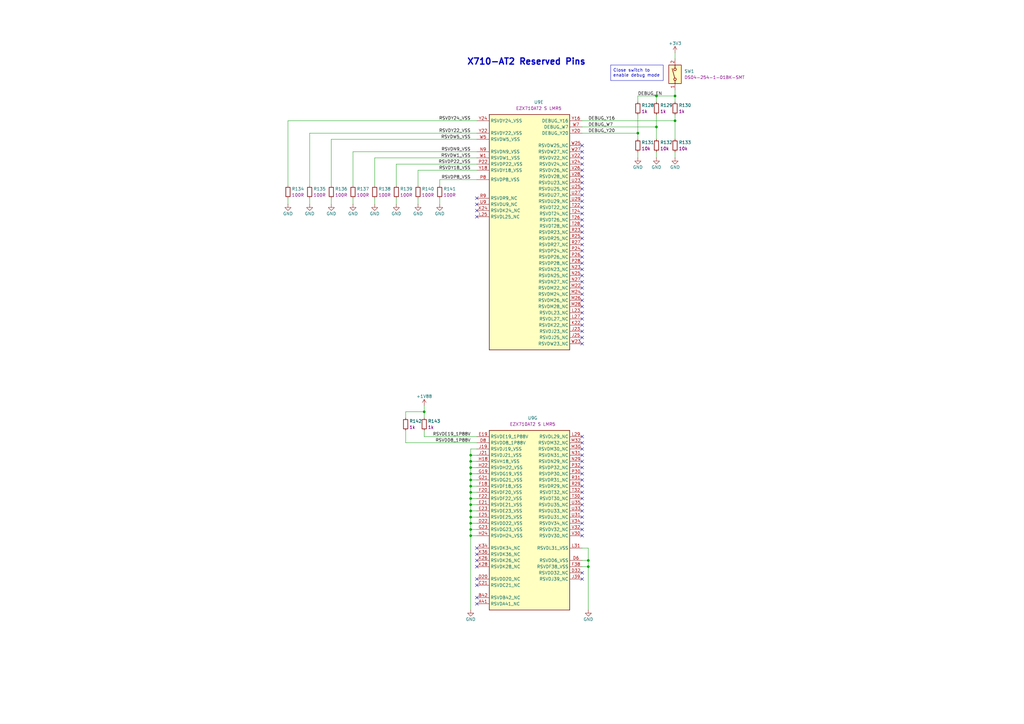
<source format=kicad_sch>
(kicad_sch (version 20250114) (generator "eeschema") (generator_version "9.0")
  (paper "A3")
  (title_block (title "OCuLink to 10GbE adapter") (date "2025-11-07") (rev "1.0.0") (company "Antmicro Ltd") (comment 1 "www.antmicro.com"))
  (rectangle (start 250.444 26.67) (end 272.034 33.02))
  (text "Close switch to\nenable debug mode" (at 251.46 31.75 0) (effects (font (size 1.27 1.27)) (justify left bottom)))
  (text "X710-AT2 Reserved Pins" (at 215.9 25.4 0) (effects (font (size 2.54 2.54) (thickness 0.508) (bold yes))))
  (junction (at 193.04 196.85))
  (junction (at 193.04 217.17))
  (junction (at 276.86 49.53))
  (junction (at 193.04 214.63))
  (junction (at 193.04 219.71))
  (junction (at 193.04 189.23))
  (junction (at 269.24 52.07))
  (junction (at 173.99 168.91))
  (junction (at 193.04 212.09))
  (junction (at 193.04 207.01))
  (junction (at 193.04 199.39))
  (junction (at 241.3 232.41))
  (junction (at 241.3 229.87))
  (junction (at 193.04 201.93))
  (junction (at 261.62 54.61))
  (junction (at 276.86 39.37))
  (junction (at 269.24 39.37))
  (junction (at 193.04 186.69))
  (junction (at 193.04 209.55))
  (junction (at 193.04 194.31))
  (junction (at 193.04 204.47))
  (junction (at 193.04 191.77))
  (no_connect (at 238.76 212.09))
  (no_connect (at 238.76 135.89))
  (no_connect (at 238.76 237.49))
  (no_connect (at 195.58 88.9))
  (no_connect (at 195.58 81.28))
  (no_connect (at 238.76 120.65))
  (no_connect (at 238.76 110.49))
  (no_connect (at 238.76 62.23))
  (no_connect (at 238.76 214.63))
  (no_connect (at 238.76 118.11))
  (no_connect (at 238.76 97.79))
  (no_connect (at 195.58 86.36))
  (no_connect (at 238.76 67.31))
  (no_connect (at 195.58 245.11))
  (no_connect (at 238.76 77.47))
  (no_connect (at 195.58 247.65))
  (no_connect (at 195.58 229.87))
  (no_connect (at 238.76 125.73))
  (no_connect (at 238.76 105.41))
  (no_connect (at 195.58 227.33))
  (no_connect (at 238.76 140.97))
  (no_connect (at 238.76 69.85))
  (no_connect (at 195.58 240.03))
  (no_connect (at 238.76 113.03))
  (no_connect (at 238.76 123.19))
  (no_connect (at 238.76 92.71))
  (no_connect (at 238.76 59.69))
  (no_connect (at 238.76 85.09))
  (no_connect (at 238.76 95.25))
  (no_connect (at 238.76 64.77))
  (no_connect (at 195.58 237.49))
  (no_connect (at 195.58 224.79))
  (no_connect (at 238.76 196.85))
  (no_connect (at 238.76 219.71))
  (no_connect (at 238.76 87.63))
  (no_connect (at 238.76 207.01))
  (no_connect (at 238.76 82.55))
  (no_connect (at 238.76 74.93))
  (no_connect (at 238.76 199.39))
  (no_connect (at 238.76 72.39))
  (no_connect (at 238.76 181.61))
  (no_connect (at 238.76 179.07))
  (no_connect (at 238.76 184.15))
  (no_connect (at 238.76 191.77))
  (no_connect (at 195.58 83.82))
  (no_connect (at 238.76 100.33))
  (no_connect (at 195.58 232.41))
  (no_connect (at 238.76 194.31))
  (no_connect (at 238.76 209.55))
  (no_connect (at 238.76 128.27))
  (no_connect (at 238.76 133.35))
  (no_connect (at 238.76 115.57))
  (no_connect (at 238.76 102.87))
  (no_connect (at 238.76 234.95))
  (no_connect (at 238.76 201.93))
  (no_connect (at 238.76 130.81))
  (no_connect (at 238.76 189.23))
  (no_connect (at 238.76 80.01))
  (no_connect (at 238.76 90.17))
  (no_connect (at 238.76 107.95))
  (no_connect (at 238.76 204.47))
  (no_connect (at 238.76 138.43))
  (no_connect (at 238.76 217.17))
  (no_connect (at 238.76 186.69))
  (wire (pts (xy 153.67 64.77) (xy 195.58 64.77)))
  (wire (pts (xy 193.04 219.71) (xy 195.58 219.71)))
  (wire (pts (xy 127 76.2) (xy 127 54.61)))
  (wire (pts (xy 180.34 73.66) (xy 195.58 73.66)))
  (wire (pts (xy 261.62 39.37) (xy 269.24 39.37)))
  (wire (pts (xy 269.24 52.07) (xy 269.24 57.15)))
  (wire (pts (xy 195.58 186.69) (xy 193.04 186.69)))
  (wire (pts (xy 276.86 36.83) (xy 276.86 39.37)))
  (wire (pts (xy 193.04 219.71) (xy 193.04 250.19)))
  (wire (pts (xy 173.99 168.91) (xy 173.99 171.45)))
  (wire (pts (xy 193.04 189.23) (xy 193.04 191.77)))
  (wire (pts (xy 195.58 212.09) (xy 193.04 212.09)))
  (wire (pts (xy 241.3 229.87) (xy 241.3 232.41)))
  (wire (pts (xy 153.67 81.28) (xy 153.67 83.82)))
  (wire (pts (xy 195.58 189.23) (xy 193.04 189.23)))
  (wire (pts (xy 261.62 54.61) (xy 261.62 57.15)))
  (wire (pts (xy 193.04 184.15) (xy 193.04 186.69)))
  (wire (pts (xy 269.24 39.37) (xy 276.86 39.37)))
  (wire (pts (xy 166.37 168.91) (xy 166.37 171.45)))
  (wire (pts (xy 238.76 52.07) (xy 269.24 52.07)))
  (wire (pts (xy 276.86 46.99) (xy 276.86 49.53)))
  (wire (pts (xy 193.04 201.93) (xy 193.04 204.47)))
  (wire (pts (xy 173.99 166.37) (xy 173.99 168.91)))
  (wire (pts (xy 269.24 62.23) (xy 269.24 64.77)))
  (wire (pts (xy 171.45 81.28) (xy 171.45 83.82)))
  (wire (pts (xy 193.04 214.63) (xy 193.04 217.17)))
  (wire (pts (xy 193.04 186.69) (xy 193.04 189.23)))
  (wire (pts (xy 173.99 176.53) (xy 173.99 179.07)))
  (wire (pts (xy 276.86 62.23) (xy 276.86 64.77)))
  (wire (pts (xy 193.04 209.55) (xy 193.04 212.09)))
  (wire (pts (xy 238.76 232.41) (xy 241.3 232.41)))
  (wire (pts (xy 166.37 176.53) (xy 166.37 181.61)))
  (wire (pts (xy 193.04 207.01) (xy 193.04 209.55)))
  (wire (pts (xy 135.89 57.15) (xy 195.58 57.15)))
  (wire (pts (xy 193.04 212.09) (xy 193.04 214.63)))
  (wire (pts (xy 193.04 196.85) (xy 193.04 199.39)))
  (wire (pts (xy 193.04 204.47) (xy 193.04 207.01)))
  (wire (pts (xy 144.78 81.28) (xy 144.78 83.82)))
  (wire (pts (xy 162.56 81.28) (xy 162.56 83.82)))
  (wire (pts (xy 144.78 76.2) (xy 144.78 62.23)))
  (wire (pts (xy 238.76 54.61) (xy 261.62 54.61)))
  (wire (pts (xy 195.58 196.85) (xy 193.04 196.85)))
  (wire (pts (xy 173.99 179.07) (xy 195.58 179.07)))
  (wire (pts (xy 195.58 191.77) (xy 193.04 191.77)))
  (wire (pts (xy 127 81.28) (xy 127 83.82)))
  (wire (pts (xy 166.37 181.61) (xy 195.58 181.61)))
  (wire (pts (xy 241.3 224.79) (xy 241.3 229.87)))
  (wire (pts (xy 180.34 81.28) (xy 180.34 83.82)))
  (wire (pts (xy 162.56 67.31) (xy 195.58 67.31)))
  (wire (pts (xy 276.86 41.91) (xy 276.86 39.37)))
  (wire (pts (xy 135.89 81.28) (xy 135.89 83.82)))
  (wire (pts (xy 166.37 168.91) (xy 173.99 168.91)))
  (wire (pts (xy 162.56 76.2) (xy 162.56 67.31)))
  (wire (pts (xy 195.58 199.39) (xy 193.04 199.39)))
  (wire (pts (xy 276.86 21.59) (xy 276.86 24.13)))
  (wire (pts (xy 193.04 191.77) (xy 193.04 194.31)))
  (wire (pts (xy 144.78 62.23) (xy 195.58 62.23)))
  (wire (pts (xy 241.3 232.41) (xy 241.3 250.19)))
  (wire (pts (xy 195.58 214.63) (xy 193.04 214.63)))
  (wire (pts (xy 195.58 209.55) (xy 193.04 209.55)))
  (wire (pts (xy 153.67 76.2) (xy 153.67 64.77)))
  (wire (pts (xy 269.24 41.91) (xy 269.24 39.37)))
  (wire (pts (xy 195.58 184.15) (xy 193.04 184.15)))
  (wire (pts (xy 238.76 224.79) (xy 241.3 224.79)))
  (wire (pts (xy 171.45 69.85) (xy 195.58 69.85)))
  (wire (pts (xy 135.89 76.2) (xy 135.89 57.15)))
  (wire (pts (xy 195.58 204.47) (xy 193.04 204.47)))
  (wire (pts (xy 261.62 41.91) (xy 261.62 39.37)))
  (wire (pts (xy 195.58 194.31) (xy 193.04 194.31)))
  (wire (pts (xy 171.45 76.2) (xy 171.45 69.85)))
  (wire (pts (xy 193.04 194.31) (xy 193.04 196.85)))
  (wire (pts (xy 269.24 46.99) (xy 269.24 52.07)))
  (wire (pts (xy 193.04 217.17) (xy 193.04 219.71)))
  (wire (pts (xy 261.62 46.99) (xy 261.62 54.61)))
  (wire (pts (xy 180.34 76.2) (xy 180.34 73.66)))
  (wire (pts (xy 238.76 229.87) (xy 241.3 229.87)))
  (wire (pts (xy 195.58 217.17) (xy 193.04 217.17)))
  (wire (pts (xy 195.58 201.93) (xy 193.04 201.93)))
  (wire (pts (xy 276.86 49.53) (xy 276.86 57.15)))
  (wire (pts (xy 195.58 207.01) (xy 193.04 207.01)))
  (wire (pts (xy 118.11 81.28) (xy 118.11 83.82)))
  (wire (pts (xy 238.76 49.53) (xy 276.86 49.53)))
  (wire (pts (xy 127 54.61) (xy 195.58 54.61)))
  (wire (pts (xy 118.11 49.53) (xy 195.58 49.53)))
  (wire (pts (xy 193.04 199.39) (xy 193.04 201.93)))
  (wire (pts (xy 118.11 76.2) (xy 118.11 49.53)))
  (wire (pts (xy 261.62 62.23) (xy 261.62 64.77)))
  (label "DEBUG_EN" (at 261.62 39.37 0))
  (label "RSVDN9_VSS" (at 193.04 62.23 180))
  (label "RSVDP22_VSS" (at 193.04 67.31 180))
  (label "DEBUG_W7" (at 241.3 52.07 0))
  (label "RSVDY18_VSS" (at 193.04 69.85 180))
  (label "RSVDY22_VSS" (at 193.04 54.61 180))
  (label "DEBUG_Y20" (at 241.3 54.61 0))
  (label "RSVDW1_VSS" (at 193.04 64.77 180))
  (label "RSVDE19_1P88V" (at 193.04 179.07 180))
  (label "RSVDW5_VSS" (at 193.04 57.15 180))
  (label "RSVDY24_VSS" (at 193.04 49.53 180))
  (label "DEBUG_Y16" (at 241.3 49.53 0))
  (label "RSVDD8_1P88V" (at 193.04 181.61 180))
  (label "RSVDP8_VSS" (at 193.04 73.66 180))
  (symbol (lib_id "antmicroResistors0402:R_1k_0402") (at 166.37 176.53 90) (unit 1)
    (property "Reference" "R142" (at 167.894 172.72 90) (effects (justify right)))
    (property "Value" "R_1k_0402" (effects (hide yes)))
    (property "Footprint" "antmicro-footprints:R_0402_1005Metric" (effects (hide yes)))
    (property "Datasheet" "https://www.bourns.com/docs/product-datasheets/cr.pdf" (effects (hide yes)))
    (property "Description" "SMD Chip Resistor, 1 kohm, ± 1%, 63 mW, 0402 [1005 Metric], Thick Film, General Purpose" (effects (hide yes)))
    (property "MPN" "CR0402-FX-1001GLF" (effects (hide yes)))
    (property "Manufacturer" "Bourns" (effects (hide yes)))
    (property "License" "Apache-2.0" (effects (hide yes)))
    (property "Author" "Antmicro" (effects (hide yes)))
    (property "Val" "1k" (at 167.894 175.26 90) (effects (justify right)))
    (property "Tolerance" "1%" (effects (hide yes)))
  )
  (symbol (lib_id "antmicroResistors0402:R_100R_0402") (at 180.34 81.28 90) (unit 1)
    (property "Reference" "R141" (at 181.864 77.47 90) (effects (justify right)))
    (property "Value" "R_100R_0402" (effects (hide yes)))
    (property "Footprint" "antmicro-footprints:R_0402_1005Metric" (effects (hide yes)))
    (property "Datasheet" "https://www.bourns.com/docs/product-datasheets/cr.pdf" (effects (hide yes)))
    (property "Description" "SMD Chip Resistor, 100 ohm, ± 1%, 62.5 mW, 0402 [1005 Metric], Thick Film, General Purpose" (effects (hide yes)))
    (property "MPN" "CR0402-FX-1000GLF" (effects (hide yes)))
    (property "Manufacturer" "Bourns" (effects (hide yes)))
    (property "License" "Apache-2.0" (effects (hide yes)))
    (property "Author" "Antmicro" (effects (hide yes)))
    (property "Val" "100R" (at 181.864 80.01 90) (effects (justify right)))
    (property "Tolerance" "1%" (effects (hide yes)))
  )
  (symbol (lib_id "antmicroResistors0402:R_1k_0402") (at 269.24 46.99 90) (unit 1)
    (property "Reference" "R129" (at 270.764 43.18 90) (effects (justify right)))
    (property "Value" "R_1k_0402" (effects (hide yes)))
    (property "Footprint" "antmicro-footprints:R_0402_1005Metric" (effects (hide yes)))
    (property "Datasheet" "https://www.bourns.com/docs/product-datasheets/cr.pdf" (effects (hide yes)))
    (property "Description" "SMD Chip Resistor, 1 kohm, ± 1%, 63 mW, 0402 [1005 Metric], Thick Film, General Purpose" (effects (hide yes)))
    (property "MPN" "CR0402-FX-1001GLF" (effects (hide yes)))
    (property "Manufacturer" "Bourns" (effects (hide yes)))
    (property "License" "Apache-2.0" (effects (hide yes)))
    (property "Author" "Antmicro" (effects (hide yes)))
    (property "Val" "1k" (at 270.764 45.72 90) (effects (justify right)))
    (property "Tolerance" "1%" (effects (hide yes)))
  )
  (symbol (lib_id "antmicropower:GND") (at 276.86 64.77 0) (unit 1)
    (property "Reference" "#PWR0292" (effects (hide yes)))
    (property "Value" "GND" (at 276.86 68.58 0))
    (property "Author" "Antmicro" (effects (hide yes)))
    (property "License" "Apache-2.0" (effects (hide yes)))
  )
  (symbol (lib_id "antmicroResistors0402:R_100R_0402") (at 171.45 81.28 90) (unit 1)
    (property "Reference" "R140" (at 172.974 77.47 90) (effects (justify right)))
    (property "Value" "R_100R_0402" (effects (hide yes)))
    (property "Footprint" "antmicro-footprints:R_0402_1005Metric" (effects (hide yes)))
    (property "Datasheet" "https://www.bourns.com/docs/product-datasheets/cr.pdf" (effects (hide yes)))
    (property "Description" "SMD Chip Resistor, 100 ohm, ± 1%, 62.5 mW, 0402 [1005 Metric], Thick Film, General Purpose" (effects (hide yes)))
    (property "MPN" "CR0402-FX-1000GLF" (effects (hide yes)))
    (property "Manufacturer" "Bourns" (effects (hide yes)))
    (property "License" "Apache-2.0" (effects (hide yes)))
    (property "Author" "Antmicro" (effects (hide yes)))
    (property "Val" "100R" (at 172.974 80.01 90) (effects (justify right)))
    (property "Tolerance" "1%" (effects (hide yes)))
  )
  (symbol (lib_id "antmicropower:GND") (at 261.62 64.77 0) (unit 1)
    (property "Reference" "#PWR0290" (effects (hide yes)))
    (property "Value" "GND" (at 261.62 68.58 0))
    (property "Author" "Antmicro" (effects (hide yes)))
    (property "License" "Apache-2.0" (effects (hide yes)))
  )
  (symbol (lib_id "antmicroResistors0402:R_100R_0402") (at 118.11 81.28 90) (unit 1)
    (property "Reference" "R134" (at 119.634 77.47 90) (effects (justify right)))
    (property "Value" "R_100R_0402" (effects (hide yes)))
    (property "Footprint" "antmicro-footprints:R_0402_1005Metric" (effects (hide yes)))
    (property "Datasheet" "https://www.bourns.com/docs/product-datasheets/cr.pdf" (effects (hide yes)))
    (property "Description" "SMD Chip Resistor, 100 ohm, ± 1%, 62.5 mW, 0402 [1005 Metric], Thick Film, General Purpose" (effects (hide yes)))
    (property "MPN" "CR0402-FX-1000GLF" (effects (hide yes)))
    (property "Manufacturer" "Bourns" (effects (hide yes)))
    (property "License" "Apache-2.0" (effects (hide yes)))
    (property "Author" "Antmicro" (effects (hide yes)))
    (property "Val" "100R" (at 119.634 80.01 90) (effects (justify right)))
    (property "Tolerance" "1%" (effects (hide yes)))
  )
  (symbol (lib_id "antmicropower:GND") (at 118.11 83.82 0) (unit 1)
    (property "Reference" "#PWR0293" (effects (hide yes)))
    (property "Value" "GND" (at 118.11 87.63 0))
    (property "Author" "Antmicro" (effects (hide yes)))
    (property "License" "Apache-2.0" (effects (hide yes)))
  )
  (symbol (lib_id "antmicropower:GND") (at 269.24 64.77 0) (unit 1)
    (property "Reference" "#PWR0291" (effects (hide yes)))
    (property "Value" "GND" (at 269.24 68.58 0))
    (property "Author" "Antmicro" (effects (hide yes)))
    (property "License" "Apache-2.0" (effects (hide yes)))
  )
  (symbol (lib_id "antmicroResistors0402:R_10k_0402") (at 261.62 62.23 90) (unit 1)
    (property "Reference" "R131" (at 263.144 58.42 90) (effects (justify right)))
    (property "Value" "R_10k_0402" (effects (hide yes)))
    (property "Footprint" "antmicro-footprints:R_0402_1005Metric" (effects (hide yes)))
    (property "Datasheet" "https://www.bourns.com/docs/product-datasheets/cr.pdf" (effects (hide yes)))
    (property "Description" "SMD Chip Resistor, 10 kohm, ± 1%, 62.5 mW, 0402 [1005 Metric], Thick Film, General Purpose" (effects (hide yes)))
    (property "MPN" "CR0402-FX-1002GLF" (effects (hide yes)))
    (property "Manufacturer" "Bourns" (effects (hide yes)))
    (property "License" "Apache-2.0" (effects (hide yes)))
    (property "Author" "Antmicro" (effects (hide yes)))
    (property "Val" "10k" (at 263.144 60.96 90) (effects (justify right)))
    (property "Tolerance" "1%" (effects (hide yes)))
  )
  (symbol (lib_id "antmicropower:GND") (at 180.34 83.82 0) (unit 1)
    (property "Reference" "#PWR0300" (effects (hide yes)))
    (property "Value" "GND" (at 180.34 87.63 0))
    (property "Author" "Antmicro" (effects (hide yes)))
    (property "License" "Apache-2.0" (effects (hide yes)))
  )
  (symbol (lib_id "antmicroResistors0402:R_10k_0402") (at 276.86 62.23 90) (unit 1)
    (property "Reference" "R133" (at 278.384 58.42 90) (effects (justify right)))
    (property "Value" "R_10k_0402" (effects (hide yes)))
    (property "Footprint" "antmicro-footprints:R_0402_1005Metric" (effects (hide yes)))
    (property "Datasheet" "https://www.bourns.com/docs/product-datasheets/cr.pdf" (effects (hide yes)))
    (property "Description" "SMD Chip Resistor, 10 kohm, ± 1%, 62.5 mW, 0402 [1005 Metric], Thick Film, General Purpose" (effects (hide yes)))
    (property "MPN" "CR0402-FX-1002GLF" (effects (hide yes)))
    (property "Manufacturer" "Bourns" (effects (hide yes)))
    (property "License" "Apache-2.0" (effects (hide yes)))
    (property "Author" "Antmicro" (effects (hide yes)))
    (property "Val" "10k" (at 278.384 60.96 90) (effects (justify right)))
    (property "Tolerance" "1%" (effects (hide yes)))
  )
  (symbol (lib_id "antmicropower:GND") (at 153.67 83.82 0) (unit 1)
    (property "Reference" "#PWR0297" (effects (hide yes)))
    (property "Value" "GND" (at 153.67 87.63 0))
    (property "Author" "Antmicro" (effects (hide yes)))
    (property "License" "Apache-2.0" (effects (hide yes)))
  )
  (symbol (lib_id "antmicroResistors0402:R_100R_0402") (at 127 81.28 90) (unit 1)
    (property "Reference" "R135" (at 128.524 77.47 90) (effects (justify right)))
    (property "Value" "R_100R_0402" (effects (hide yes)))
    (property "Footprint" "antmicro-footprints:R_0402_1005Metric" (effects (hide yes)))
    (property "Datasheet" "https://www.bourns.com/docs/product-datasheets/cr.pdf" (effects (hide yes)))
    (property "Description" "SMD Chip Resistor, 100 ohm, ± 1%, 62.5 mW, 0402 [1005 Metric], Thick Film, General Purpose" (effects (hide yes)))
    (property "MPN" "CR0402-FX-1000GLF" (effects (hide yes)))
    (property "Manufacturer" "Bourns" (effects (hide yes)))
    (property "License" "Apache-2.0" (effects (hide yes)))
    (property "Author" "Antmicro" (effects (hide yes)))
    (property "Val" "100R" (at 128.524 80.01 90) (effects (justify right)))
    (property "Tolerance" "1%" (effects (hide yes)))
  )
  (symbol (lib_id "antmicroResistors0402:R_1k_0402") (at 261.62 46.99 90) (unit 1)
    (property "Reference" "R128" (at 263.144 43.18 90) (effects (justify right)))
    (property "Value" "R_1k_0402" (effects (hide yes)))
    (property "Footprint" "antmicro-footprints:R_0402_1005Metric" (effects (hide yes)))
    (property "Datasheet" "https://www.bourns.com/docs/product-datasheets/cr.pdf" (effects (hide yes)))
    (property "Description" "SMD Chip Resistor, 1 kohm, ± 1%, 63 mW, 0402 [1005 Metric], Thick Film, General Purpose" (effects (hide yes)))
    (property "MPN" "CR0402-FX-1001GLF" (effects (hide yes)))
    (property "Manufacturer" "Bourns" (effects (hide yes)))
    (property "License" "Apache-2.0" (effects (hide yes)))
    (property "Author" "Antmicro" (effects (hide yes)))
    (property "Val" "1k" (at 263.144 45.72 90) (effects (justify right)))
    (property "Tolerance" "1%" (effects (hide yes)))
  )
  (symbol (lib_id "antmicroResistors0402:R_100R_0402") (at 144.78 81.28 90) (unit 1)
    (property "Reference" "R137" (at 146.304 77.47 90) (effects (justify right)))
    (property "Value" "R_100R_0402" (effects (hide yes)))
    (property "Footprint" "antmicro-footprints:R_0402_1005Metric" (effects (hide yes)))
    (property "Datasheet" "https://www.bourns.com/docs/product-datasheets/cr.pdf" (effects (hide yes)))
    (property "Description" "SMD Chip Resistor, 100 ohm, ± 1%, 62.5 mW, 0402 [1005 Metric], Thick Film, General Purpose" (effects (hide yes)))
    (property "MPN" "CR0402-FX-1000GLF" (effects (hide yes)))
    (property "Manufacturer" "Bourns" (effects (hide yes)))
    (property "License" "Apache-2.0" (effects (hide yes)))
    (property "Author" "Antmicro" (effects (hide yes)))
    (property "Val" "100R" (at 146.304 80.01 90) (effects (justify right)))
    (property "Tolerance" "1%" (effects (hide yes)))
  )
  (symbol (lib_id "antmicropower:GND") (at 135.89 83.82 0) (unit 1)
    (property "Reference" "#PWR0295" (effects (hide yes)))
    (property "Value" "GND" (at 135.89 87.63 0))
    (property "Author" "Antmicro" (effects (hide yes)))
    (property "License" "Apache-2.0" (effects (hide yes)))
  )
  (symbol (lib_id "antmicroInterfaceControllers:EZX710AT2_S_LMR5") (at 195.58 179.07 0) (unit 7)
    (property "Reference" "U9" (at 218.44 171.45 0))
    (property "Value" "EZX710AT2_S_LMR5" (effects (hide yes)))
    (property "Footprint" "antmicro-footprints:FCBGA-503_22x22mm_Layout21x24_P1mm" (effects (hide yes)))
    (property "Datasheet" "https://www.google.com/url?sa=t&source=web&rct=j&opi=89978449&url=https://cdrdv2-public.intel.com/596333/596333_X710-TM4_Datasheet_v_2_4.pdf&ved=2ahUKEwiSuv20_sCOAxXVCRAIHdxGO_UQFnoECBEQAQ&usg=AOvVaw1CjGyrGWE8ZvOdw4VBsY6U" (effects (hide yes)))
    (property "Description" "Ethernet ICs Intel Ethernet Controller 10 Gigabit X7" (effects (hide yes)))
    (property "MPN" "EZX710AT2 S LMR5" (at 218.44 173.99 0))
    (property "Manufacturer" "Intel" (effects (hide yes)))
    (property "Author" "Antmicro" (effects (hide yes)))
    (property "License" "Apache-2.0" (effects (hide yes)))
  )
  (symbol (lib_id "antmicropower:GND") (at 241.3 250.19 0) (unit 1)
    (property "Reference" "#PWR0317" (effects (hide yes)))
    (property "Value" "GND" (at 241.3 254 0))
    (property "Author" "Antmicro" (effects (hide yes)))
    (property "License" "Apache-2.0" (effects (hide yes)))
  )
  (symbol (lib_id "antmicroResistors0402:R_1k_0402") (at 173.99 176.53 90) (unit 1)
    (property "Reference" "R143" (at 175.514 172.72 90) (effects (justify right)))
    (property "Value" "R_1k_0402" (effects (hide yes)))
    (property "Footprint" "antmicro-footprints:R_0402_1005Metric" (effects (hide yes)))
    (property "Datasheet" "https://www.bourns.com/docs/product-datasheets/cr.pdf" (effects (hide yes)))
    (property "Description" "SMD Chip Resistor, 1 kohm, ± 1%, 63 mW, 0402 [1005 Metric], Thick Film, General Purpose" (effects (hide yes)))
    (property "MPN" "CR0402-FX-1001GLF" (effects (hide yes)))
    (property "Manufacturer" "Bourns" (effects (hide yes)))
    (property "License" "Apache-2.0" (effects (hide yes)))
    (property "Author" "Antmicro" (effects (hide yes)))
    (property "Val" "1k" (at 175.514 175.26 90) (effects (justify right)))
    (property "Tolerance" "1%" (effects (hide yes)))
  )
  (symbol (lib_id "antmicroResistors0402:R_100R_0402") (at 162.56 81.28 90) (unit 1)
    (property "Reference" "R139" (at 164.084 77.47 90) (effects (justify right)))
    (property "Value" "R_100R_0402" (effects (hide yes)))
    (property "Footprint" "antmicro-footprints:R_0402_1005Metric" (effects (hide yes)))
    (property "Datasheet" "https://www.bourns.com/docs/product-datasheets/cr.pdf" (effects (hide yes)))
    (property "Description" "SMD Chip Resistor, 100 ohm, ± 1%, 62.5 mW, 0402 [1005 Metric], Thick Film, General Purpose" (effects (hide yes)))
    (property "MPN" "CR0402-FX-1000GLF" (effects (hide yes)))
    (property "Manufacturer" "Bourns" (effects (hide yes)))
    (property "License" "Apache-2.0" (effects (hide yes)))
    (property "Author" "Antmicro" (effects (hide yes)))
    (property "Val" "100R" (at 164.084 80.01 90) (effects (justify right)))
    (property "Tolerance" "1%" (effects (hide yes)))
  )
  (symbol (lib_id "antmicropower:GND") (at 162.56 83.82 0) (unit 1)
    (property "Reference" "#PWR0298" (effects (hide yes)))
    (property "Value" "GND" (at 162.56 87.63 0))
    (property "Author" "Antmicro" (effects (hide yes)))
    (property "License" "Apache-2.0" (effects (hide yes)))
  )
  (symbol (lib_id "antmicropower:GND") (at 127 83.82 0) (unit 1)
    (property "Reference" "#PWR0294" (effects (hide yes)))
    (property "Value" "GND" (at 127 87.63 0))
    (property "Author" "Antmicro" (effects (hide yes)))
    (property "License" "Apache-2.0" (effects (hide yes)))
  )
  (symbol (lib_id "antmicroInterfaceControllers:EZX710AT2_S_LMR5") (at 195.58 49.53 0) (unit 5)
    (property "Reference" "U9" (at 220.98 41.91 0))
    (property "Value" "EZX710AT2_S_LMR5" (effects (hide yes)))
    (property "Footprint" "antmicro-footprints:FCBGA-503_22x22mm_Layout21x24_P1mm" (effects (hide yes)))
    (property "Datasheet" "https://www.google.com/url?sa=t&source=web&rct=j&opi=89978449&url=https://cdrdv2-public.intel.com/596333/596333_X710-TM4_Datasheet_v_2_4.pdf&ved=2ahUKEwiSuv20_sCOAxXVCRAIHdxGO_UQFnoECBEQAQ&usg=AOvVaw1CjGyrGWE8ZvOdw4VBsY6U" (effects (hide yes)))
    (property "Description" "Ethernet ICs Intel Ethernet Controller 10 Gigabit X7" (effects (hide yes)))
    (property "MPN" "EZX710AT2 S LMR5" (at 220.98 44.45 0))
    (property "Manufacturer" "Intel" (effects (hide yes)))
    (property "Author" "Antmicro" (effects (hide yes)))
    (property "License" "Apache-2.0" (effects (hide yes)))
  )
  (symbol (lib_id "antmicropower:+1V8") (at 173.99 166.37 0) (unit 1)
    (property "Reference" "#PWR0301" (effects (hide yes)))
    (property "Value" "+1V88" (at 173.99 162.56 0))
    (property "Author" "Antmicro" (effects (hide yes)))
    (property "License" "Apache-2.0" (effects (hide yes)))
  )
  (symbol (lib_id "antmicropower:GND") (at 171.45 83.82 0) (unit 1)
    (property "Reference" "#PWR0299" (effects (hide yes)))
    (property "Value" "GND" (at 171.45 87.63 0))
    (property "Author" "Antmicro" (effects (hide yes)))
    (property "License" "Apache-2.0" (effects (hide yes)))
  )
  (symbol (lib_id "antmicroResistors0402:R_100R_0402") (at 135.89 81.28 90) (unit 1)
    (property "Reference" "R136" (at 137.414 77.47 90) (effects (justify right)))
    (property "Value" "R_100R_0402" (effects (hide yes)))
    (property "Footprint" "antmicro-footprints:R_0402_1005Metric" (effects (hide yes)))
    (property "Datasheet" "https://www.bourns.com/docs/product-datasheets/cr.pdf" (effects (hide yes)))
    (property "Description" "SMD Chip Resistor, 100 ohm, ± 1%, 62.5 mW, 0402 [1005 Metric], Thick Film, General Purpose" (effects (hide yes)))
    (property "MPN" "CR0402-FX-1000GLF" (effects (hide yes)))
    (property "Manufacturer" "Bourns" (effects (hide yes)))
    (property "License" "Apache-2.0" (effects (hide yes)))
    (property "Author" "Antmicro" (effects (hide yes)))
    (property "Val" "100R" (at 137.414 80.01 90) (effects (justify right)))
    (property "Tolerance" "1%" (effects (hide yes)))
  )
  (symbol (lib_id "antmicroResistors0402:R_10k_0402") (at 269.24 62.23 90) (unit 1)
    (property "Reference" "R132" (at 270.764 58.42 90) (effects (justify right)))
    (property "Value" "R_10k_0402" (effects (hide yes)))
    (property "Footprint" "antmicro-footprints:R_0402_1005Metric" (effects (hide yes)))
    (property "Datasheet" "https://www.bourns.com/docs/product-datasheets/cr.pdf" (effects (hide yes)))
    (property "Description" "SMD Chip Resistor, 10 kohm, ± 1%, 62.5 mW, 0402 [1005 Metric], Thick Film, General Purpose" (effects (hide yes)))
    (property "MPN" "CR0402-FX-1002GLF" (effects (hide yes)))
    (property "Manufacturer" "Bourns" (effects (hide yes)))
    (property "License" "Apache-2.0" (effects (hide yes)))
    (property "Author" "Antmicro" (effects (hide yes)))
    (property "Val" "10k" (at 270.764 60.96 90) (effects (justify right)))
    (property "Tolerance" "1%" (effects (hide yes)))
  )
  (symbol (lib_id "antmicroResistors0402:R_100R_0402") (at 153.67 81.28 90) (unit 1)
    (property "Reference" "R138" (at 155.194 77.47 90) (effects (justify right)))
    (property "Value" "R_100R_0402" (effects (hide yes)))
    (property "Footprint" "antmicro-footprints:R_0402_1005Metric" (effects (hide yes)))
    (property "Datasheet" "https://www.bourns.com/docs/product-datasheets/cr.pdf" (effects (hide yes)))
    (property "Description" "SMD Chip Resistor, 100 ohm, ± 1%, 62.5 mW, 0402 [1005 Metric], Thick Film, General Purpose" (effects (hide yes)))
    (property "MPN" "CR0402-FX-1000GLF" (effects (hide yes)))
    (property "Manufacturer" "Bourns" (effects (hide yes)))
    (property "License" "Apache-2.0" (effects (hide yes)))
    (property "Author" "Antmicro" (effects (hide yes)))
    (property "Val" "100R" (at 155.194 80.01 90) (effects (justify right)))
    (property "Tolerance" "1%" (effects (hide yes)))
  )
  (symbol (lib_id "antmicropower:+3V3") (at 276.86 21.59 0) (unit 1)
    (property "Reference" "#PWR0289" (effects (hide yes)))
    (property "Value" "+3V3" (at 276.86 17.78 0))
    (property "Author" "Antmicro" (effects (hide yes)))
    (property "License" "Apache-2.0" (effects (hide yes)))
  )
  (symbol (lib_id "antmicroSlideSwitches:SW_DS04-254-1-01BK-SMT") (at 276.86 36.83 90) (unit 1)
    (property "Reference" "SW1" (at 280.67 29.21 90) (effects (justify right)))
    (property "Value" "SW_DS04-254-1-01BK-SMT" (effects (hide yes)))
    (property "Footprint" "antmicro-footprints:SW_DS04-254-1-01BK-SMT" (effects (hide yes)))
    (property "Datasheet" "https://www.mouser.com/datasheet/2/670/ds04_254_smt-1777718.pdf" (effects (hide yes)))
    (property "Description" "Slide switch" (effects (hide yes)))
    (property "MPN" "DS04-254-1-01BK-SMT" (at 280.67 31.75 90) (effects (justify right)))
    (property "Manufacturer" "CUI Inc" (effects (hide yes)))
    (property "Author" "Antmicro" (effects (hide yes)))
    (property "License" "Apache-2.0" (effects (hide yes)))
  )
  (symbol (lib_id "antmicropower:GND") (at 144.78 83.82 0) (unit 1)
    (property "Reference" "#PWR0296" (effects (hide yes)))
    (property "Value" "GND" (at 144.78 87.63 0))
    (property "Author" "Antmicro" (effects (hide yes)))
    (property "License" "Apache-2.0" (effects (hide yes)))
  )
  (symbol (lib_id "antmicropower:GND") (at 193.04 250.19 0) (unit 1)
    (property "Reference" "#PWR0316" (effects (hide yes)))
    (property "Value" "GND" (at 193.04 254 0))
    (property "Author" "Antmicro" (effects (hide yes)))
    (property "License" "Apache-2.0" (effects (hide yes)))
  )
  (symbol (lib_id "antmicroResistors0402:R_1k_0402") (at 276.86 46.99 90) (unit 1)
    (property "Reference" "R130" (at 278.384 43.18 90) (effects (justify right)))
    (property "Value" "R_1k_0402" (effects (hide yes)))
    (property "Footprint" "antmicro-footprints:R_0402_1005Metric" (effects (hide yes)))
    (property "Datasheet" "https://www.bourns.com/docs/product-datasheets/cr.pdf" (effects (hide yes)))
    (property "Description" "SMD Chip Resistor, 1 kohm, ± 1%, 63 mW, 0402 [1005 Metric], Thick Film, General Purpose" (effects (hide yes)))
    (property "MPN" "CR0402-FX-1001GLF" (effects (hide yes)))
    (property "Manufacturer" "Bourns" (effects (hide yes)))
    (property "License" "Apache-2.0" (effects (hide yes)))
    (property "Author" "Antmicro" (effects (hide yes)))
    (property "Val" "1k" (at 278.384 45.72 90) (effects (justify right)))
    (property "Tolerance" "1%" (effects (hide yes)))
  )
)
</source>
